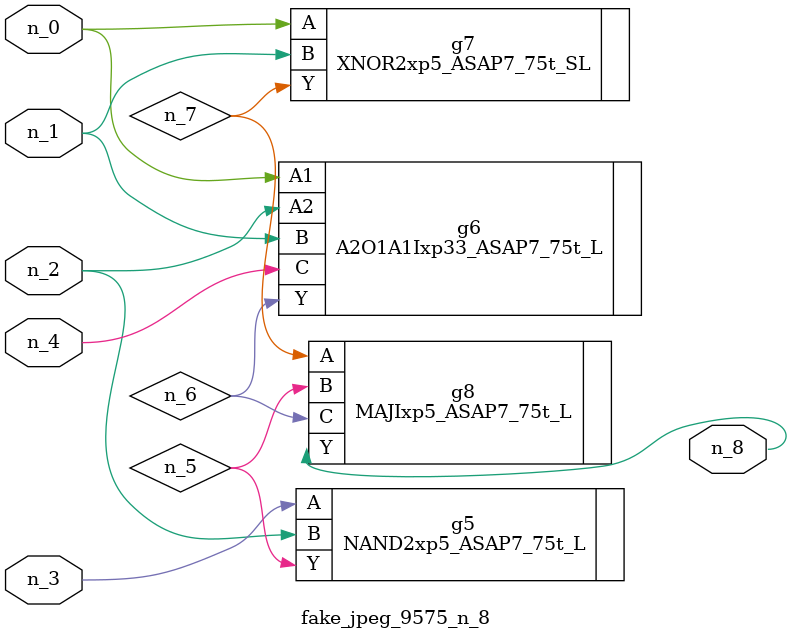
<source format=v>
module fake_jpeg_9575_n_8 (n_3, n_2, n_1, n_0, n_4, n_8);

input n_3;
input n_2;
input n_1;
input n_0;
input n_4;

output n_8;

wire n_6;
wire n_5;
wire n_7;

NAND2xp5_ASAP7_75t_L g5 ( 
.A(n_3),
.B(n_2),
.Y(n_5)
);

A2O1A1Ixp33_ASAP7_75t_L g6 ( 
.A1(n_0),
.A2(n_2),
.B(n_1),
.C(n_4),
.Y(n_6)
);

XNOR2xp5_ASAP7_75t_SL g7 ( 
.A(n_0),
.B(n_1),
.Y(n_7)
);

MAJIxp5_ASAP7_75t_L g8 ( 
.A(n_7),
.B(n_5),
.C(n_6),
.Y(n_8)
);


endmodule
</source>
